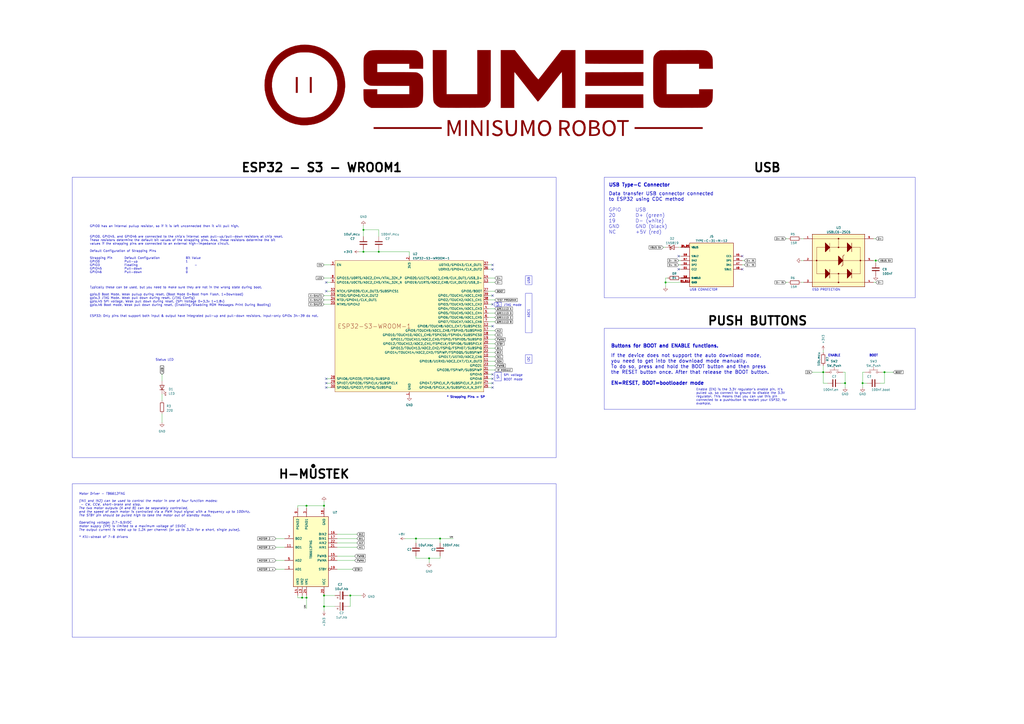
<source format=kicad_sch>
(kicad_sch (version 20230121) (generator eeschema)
  (paper "A2")
  (title_block (title "SUMEC SMD") (company "SPŠ NA PROSEKU"))
  (lib_symbols
    (symbol "Device:C" (pin_numbers hide) (pin_names (offset 0.254))
      (property "Reference" "C" (at 0.635 2.54 0))
      (property "Value" "C" (at 0.635 -2.54 0))
      (symbol "C_1_1"
        (pin passive line (at 0 3.81 270) (length 2.794) (name "~") (number "1"))
        (pin passive line (at 0 -3.81 90) (length 2.794) (name "~") (number "2"))
      )
    )
    (symbol "Device:C_Polarized" (pin_numbers hide) (pin_names (offset 0.254))
      (property "Reference" "C" (at 0.635 2.54 0))
      (property "Value" "C_Polarized" (at 0.635 -2.54 0))
      (symbol "C_Polarized_1_1"
        (pin passive line (at 0 3.81 270) (length 2.794) (name "~") (number "1"))
        (pin passive line (at 0 -3.81 90) (length 2.794) (name "~") (number "2"))
      )
    )
    (symbol "Device:LED" (pin_numbers hide) (pin_names (offset 1.016) hide)
      (property "Reference" "D" (at 0 2.54 0))
      (property "Value" "LED" (at 0 -2.54 0))
      (symbol "LED_1_1"
        (pin passive line (at -3.81 0 0) (length 2.54) (name "K") (number "1"))
        (pin passive line (at 3.81 0 180) (length 2.54) (name "A") (number "2"))
      )
    )
    (symbol "Device:R" (pin_numbers hide) (pin_names (offset 0))
      (property "Reference" "R" (at 2.032 0 90))
      (property "Value" "R" (at 0 0 90))
      (symbol "R_1_1"
        (pin passive line (at 0 3.81 270) (length 1.27) (name "~") (number "1"))
        (pin passive line (at 0 -3.81 90) (length 1.27) (name "~") (number "2"))
      )
    )
    (symbol "Diode:1N5819" (pin_numbers hide) (pin_names (offset 1.016) hide)
      (property "Reference" "D" (at 0 2.54 0))
      (property "Value" "1N5819" (at 0 -2.54 0))
      (symbol "1N5819_1_1"
        (pin passive line (at -3.81 0 0) (length 2.54) (name "K") (number "1"))
        (pin passive line (at 3.81 0 180) (length 2.54) (name "A") (number "2"))
      )
    )
    (symbol "Driver_Motor:TB6612FNG" (pin_names (offset 1.016))
      (property "Reference" "U" (at 11.43 17.78 0))
      (property "Value" "TB6612FNG" (at 11.43 15.24 0))
      (symbol "TB6612FNG_1_1"
        (pin output line (at 15.24 10.16 180) (length 5.08) (name "AO1") (number "1"))
        (pin passive line (at 7.62 -25.4 90) (length 5.08) hide (name "PGND2") (number "10"))
        (pin output line (at 15.24 -2.54 180) (length 5.08) (name "BO1") (number "11"))
        (pin passive line (at 15.24 -2.54 180) (length 5.08) hide (name "BO1") (number "12"))
        (pin power_in line (at 5.08 25.4 270) (length 5.08) (name "VM2") (number "13"))
        (pin power_in line (at 7.62 25.4 270) (length 5.08) (name "VM3") (number "14"))
        (pin input line (at -15.24 2.54 0) (length 5.08) (name "PWMB") (number "15"))
        (pin input line (at -15.24 -10.16 0) (length 5.08) (name "BIN2") (number "16"))
        (pin input line (at -15.24 -7.62 0) (length 5.08) (name "BIN1") (number "17"))
        (pin power_in line (at -7.62 -25.4 90) (length 5.08) (name "GND") (number "18"))
        (pin input inverted (at -15.24 10.16 0) (length 5.08) (name "STBY") (number "19"))
        (pin passive line (at 15.24 10.16 180) (length 5.08) hide (name "AO1") (number "2"))
        (pin power_in line (at -7.62 25.4 270) (length 5.08) (name "VCC") (number "20"))
        (pin input line (at -15.24 -2.54 0) (length 5.08) (name "AIN1") (number "21"))
        (pin input line (at -15.24 -5.08 0) (length 5.08) (name "AIN2") (number "22"))
        (pin input line (at -15.24 5.08 0) (length 5.08) (name "PWMA") (number "23"))
        (pin power_in line (at 2.54 25.4 270) (length 5.08) (name "VM1") (number "24"))
        (pin power_in line (at 2.54 -25.4 90) (length 5.08) (name "PGND1") (number "3"))
        (pin passive line (at 2.54 -25.4 90) (length 5.08) hide (name "PGND1") (number "4"))
        (pin output line (at 15.24 5.08 180) (length 5.08) (name "AO2") (number "5"))
        (pin passive line (at 15.24 5.08 180) (length 5.08) hide (name "AO2") (number "6"))
        (pin output line (at 15.24 -7.62 180) (length 5.08) (name "BO2") (number "7"))
        (pin passive line (at 15.24 -7.62 180) (length 5.08) hide (name "BO2") (number "8"))
        (pin power_in line (at 7.62 -25.4 90) (length 5.08) (name "PGND2") (number "9"))
      )
    )
    (symbol "PCM_Espressif:ESP32-S3-WROOM-1" (pin_names (offset 1.016))
      (property "Reference" "U" (at -43.18 43.18 0))
      (property "Value" "ESP32-S3-WROOM-1" (at -43.18 40.64 0))
      (symbol "ESP32-S3-WROOM-1_0_0"
        (text "ESP32-S3-WROOM-1" (at -20.32 0 0) (effects (font (size 2.54 2.54))))
        (pin power_in line (at 0 -40.64 90) (length 2.54) (name "GND") (number "1"))
        (pin bidirectional line (at 45.72 -17.78 180) (length 2.54) (name "GPIO17/U1TXD/ADC2_CH6") (number "10"))
        (pin bidirectional line (at 45.72 -20.32 180) (length 2.54) (name "GPIO18/U1RXD/ADC2_CH7/CLK_OUT3") (number "11"))
        (pin bidirectional line (at 45.72 0 180) (length 2.54) (name "GPIO8/TOUCH8/ADC1_CH7/SUBSPICS1") (number "12"))
        (pin bidirectional line (at 45.72 25.4 180) (length 2.54) (name "GPIO19/U1RTS/ADC2_CH8/CLK_OUT2/USB_D-") (number "13"))
        (pin bidirectional line (at 45.72 27.94 180) (length 2.54) (name "GPIO20/U1CTS/ADC2_CH9/CLK_OUT1/USB_D+") (number "14"))
        (pin bidirectional line (at 45.72 12.7 180) (length 2.54) (name "GPIO3/TOUCH3/ADC1_CH2") (number "15"))
        (pin bidirectional line (at 45.72 -30.48 180) (length 2.54) (name "GPIO46") (number "16"))
        (pin bidirectional line (at 45.72 -2.54 180) (length 2.54) (name "GPIO9/TOUCH9/ADC1_CH8/FSPIHD/SUBSPIHD") (number "17"))
        (pin bidirectional line (at 45.72 -5.08 180) (length 2.54) (name "GPIO10/TOUCH10/ADC1_CH9/FSPICS0/FSPIIO4/SUBSPICS0") (number "18"))
        (pin bidirectional line (at 45.72 -7.62 180) (length 2.54) (name "GPIO11/TOUCH11/ADC2_CH0/FSPID/FSPIIO5/SUBSPID") (number "19"))
        (pin power_in line (at 0 40.64 270) (length 2.54) (name "3V3") (number "2"))
        (pin bidirectional line (at 45.72 -10.16 180) (length 2.54) (name "GPIO12/TOUCH12/ADC2_CH1/FSPICLK/FSPIIO6/SUBSPICLK") (number "20"))
        (pin bidirectional line (at 45.72 -12.7 180) (length 2.54) (name "GPIO13/TOUCH13/ADC2_CH2/FSPIQ/FSPIIO7/SUBSPIQ") (number "21"))
        (pin bidirectional line (at 45.72 -15.24 180) (length 2.54) (name "GPIO14/TOUCH14/ADC2_CH3/FSPIWP/FSPIDQS/SUBSPIWP") (number "22"))
        (pin bidirectional line (at 45.72 -22.86 180) (length 2.54) (name "GPIO21") (number "23"))
        (pin bidirectional line (at 45.72 -33.02 180) (length 2.54) (name "GPIO47/SPICLK_P/SUBSPICLK_P_DIFF") (number "24"))
        (pin bidirectional line (at 45.72 -35.56 180) (length 2.54) (name "GPIO48/SPICLK_N/SUBSPICLK_N_DIFF") (number "25"))
        (pin bidirectional line (at 45.72 -27.94 180) (length 2.54) (name "GPIO45") (number "26"))
        (pin bidirectional line (at 45.72 20.32 180) (length 2.54) (name "GPIO0/BOOT") (number "27"))
        (pin bidirectional line (at -45.72 -30.48 0) (length 2.54) (name "SPIIO6/GPIO35/FSPID/SUBSPID") (number "28"))
        (pin bidirectional line (at -45.72 -33.02 0) (length 2.54) (name "SPIIO7/GPIO36/FSPICLK/SUBSPICLK") (number "29"))
        (pin input line (at -45.72 35.56 0) (length 2.54) (name "EN") (number "3"))
        (pin bidirectional line (at -45.72 -35.56 0) (length 2.54) (name "SPIDQS/GPIO37/FSPIQ/SUBSPIQ") (number "30"))
        (pin bidirectional line (at 45.72 -25.4 180) (length 2.54) (name "GPIO38/FSPIWP/SUBSPIWP") (number "31"))
        (pin bidirectional line (at -45.72 20.32 0) (length 2.54) (name "MTCK/GPIO39/CLK_OUT3/SUBSPICS1") (number "32"))
        (pin bidirectional line (at -45.72 17.78 0) (length 2.54) (name "MTDO/GPIO40/CLK_OUT2") (number "33"))
        (pin bidirectional line (at -45.72 15.24 0) (length 2.54) (name "MTDI/GPIO41/CLK_OUT1") (number "34"))
        (pin bidirectional line (at -45.72 12.7 0) (length 2.54) (name "MTMS/GPIO42") (number "35"))
        (pin bidirectional line (at 45.72 33.02 180) (length 2.54) (name "U0RXD/GPIO44/CLK_OUT2") (number "36"))
        (pin bidirectional line (at 45.72 35.56 180) (length 2.54) (name "U0TXD/GPIO43/CLK_OUT1") (number "37"))
        (pin bidirectional line (at 45.72 15.24 180) (length 2.54) (name "GPIO2/TOUCH2/ADC1_CH1") (number "38"))
        (pin bidirectional line (at 45.72 17.78 180) (length 2.54) (name "GPIO1/TOUCH1/ADC1_CH0") (number "39"))
        (pin bidirectional line (at 45.72 10.16 180) (length 2.54) (name "GPIO4/TOUCH4/ADC1_CH3") (number "4"))
        (pin passive line (at 0 -40.64 90) (length 2.54) hide (name "GND") (number "40"))
        (pin passive line (at 0 -40.64 90) (length 2.54) hide (name "GND") (number "41"))
        (pin bidirectional line (at 45.72 7.62 180) (length 2.54) (name "GPIO5/TOUCH5/ADC1_CH4") (number "5"))
        (pin bidirectional line (at 45.72 5.08 180) (length 2.54) (name "GPIO6/TOUCH6/ADC1_CH5") (number "6"))
        (pin bidirectional line (at 45.72 2.54 180) (length 2.54) (name "GPIO7/TOUCH7/ADC1_CH6") (number "7"))
        (pin bidirectional line (at -45.72 27.94 0) (length 2.54) (name "GPIO15/U0RTS/ADC2_CH4/XTAL_32K_P") (number "8"))
        (pin bidirectional line (at -45.72 25.4 0) (length 2.54) (name "GPIO16/U0CTS/ADC2_CH5/XTAL_32K_N") (number "9"))
      )
    )
    (symbol "Switch:SW_Push" (pin_numbers hide) (pin_names (offset 1.016) hide)
      (property "Reference" "SW" (at 1.27 2.54 0))
      (property "Value" "SW_Push" (at 0 -1.524 0))
      (symbol "SW_Push_0_1"
        (pin passive line (at -5.08 0 0) (length 2.54) (name "1") (number "1"))
        (pin passive line (at 5.08 0 180) (length 2.54) (name "2") (number "2"))
      )
    )
    (symbol "logo:LOGO" (pin_names (offset 1.016)))
    (symbol "power:+3V3" (power) (pin_names (offset 0))
      (property "Value" "+3V3" (at 0 3.556 0))
      (symbol "+3V3_1_1"
        (pin power_in line (at 0 0 90) (length 0) hide (name "+3V3") (number "1"))
      )
    )
    (symbol "power:+8V" (power) (pin_names (offset 0))
      (property "Value" "+8V" (at 0 3.556 0))
      (symbol "+8V_1_1"
        (pin power_in line (at 0 0 90) (length 0) hide (name "+8V") (number "1"))
      )
    )
    (symbol "power:GND" (power) (pin_names (offset 0))
      (property "Value" "GND" (at 0 -3.81 0))
      (symbol "GND_1_1"
        (pin power_in line (at 0 0 270) (length 0) hide (name "GND") (number "1"))
      )
    )
    (symbol "sumec_library:TYPE-C-31-M-12" (pin_names (offset 1.016))
      (property "Reference" "J" (at -12.7 13.462 0))
      (property "Value" "TYPE-C-31-M-12" (at -12.7 -13.462 0))
      (symbol "TYPE-C-31-M-12_0_0"
        (pin power_in line (at 17.78 -10.16 180) (length 5.08) (name "GND") (number "A1_B12"))
        (pin power_in line (at 17.78 10.16 180) (length 5.08) (name "VBUS") (number "A4_B9"))
        (pin bidirectional line (at -17.78 5.08 0) (length 5.08) (name "CC1") (number "A5"))
        (pin bidirectional line (at -17.78 2.54 0) (length 5.08) (name "DP1") (number "A6"))
        (pin bidirectional line (at -17.78 0 0) (length 5.08) (name "DN1") (number "A7"))
        (pin bidirectional line (at -17.78 -2.54 0) (length 5.08) (name "SBU1") (number "A8"))
        (pin power_in line (at 17.78 -10.16 180) (length 5.08) (name "GND") (number "B1_A12"))
        (pin power_in line (at 17.78 10.16 180) (length 5.08) (name "VBUS") (number "B4_A9"))
        (pin bidirectional line (at 17.78 -2.54 180) (length 5.08) (name "CC2") (number "B5"))
        (pin bidirectional line (at 17.78 0 180) (length 5.08) (name "DP2") (number "B6"))
        (pin bidirectional line (at 17.78 2.54 180) (length 5.08) (name "DN2") (number "B7"))
        (pin bidirectional line (at 17.78 5.08 180) (length 5.08) (name "SBU2") (number "B8"))
        (pin passive line (at 17.78 -7.62 180) (length 5.08) (name "SHIELD") (number "S1"))
        (pin passive line (at 17.78 -7.62 180) (length 5.08) (name "SHIELD") (number "S2"))
        (pin passive line (at 17.78 -7.62 180) (length 5.08) (name "SHIELD") (number "S3"))
        (pin passive line (at 17.78 -7.62 180) (length 5.08) (name "SHIELD") (number "S4"))
      )
    )
    (symbol "sumec_library:USBLC6-2SC6" (pin_names (offset 1.016))
      (property "Reference" "U" (at -15.2693 17.8093 0))
      (property "Value" "USBLC6-2SC6" (at -15.2559 -17.7959 0))
      (symbol "USBLC6-2SC6_0_0"
        (pin bidirectional line (at -20.32 12.7 0) (length 5.08) (name "~") (number "1"))
        (pin power_in line (at -20.32 0 0) (length 5.08) (name "~") (number "2"))
        (pin bidirectional line (at -20.32 -12.7 0) (length 5.08) (name "~") (number "3"))
        (pin bidirectional line (at 20.32 -12.7 180) (length 5.08) (name "~") (number "4"))
        (pin power_in line (at 20.32 0 180) (length 5.08) (name "~") (number "5"))
        (pin bidirectional line (at 20.32 12.7 180) (length 5.08) (name "~") (number "6"))
      )
    )
  )
  (junction (at 255.27 312.42))
  (junction (at 187.96 351.79))
  (junction (at 177.8 346.71))
  (junction (at 241.3 312.42))
  (junction (at 187.96 345.44))
  (junction (at 175.26 346.71))
  (junction (at 219.71 146.05))
  (junction (at 248.92 323.85))
  (junction (at 203.2 345.44))
  (junction (at 187.96 293.37))
  (junction (at 210.82 133.35))
  (junction (at 177.8 293.37))
  (junction (at 508 151.13))
  (junction (at 386.08 163.83))
  (junction (at 513.08 215.9))
  (junction (at 477.52 215.9))
  (junction (at 500.38 222.25))
  (junction (at 490.22 222.25))
  (junction (at 210.82 146.05))
  (no_connect (at 430.53 156.21))
  (no_connect (at 393.7 148.59))
  (no_connect (at 285.75 189.23))
  (no_connect (at 285.75 219.71))
  (no_connect (at 285.75 153.67))
  (no_connect (at 393.7 156.21))
  (no_connect (at 285.75 176.53))
  (no_connect (at 189.23 222.25))
  (no_connect (at 189.23 163.83))
  (no_connect (at 285.75 222.25))
  (no_connect (at 189.23 224.79))
  (no_connect (at 189.23 168.91))
  (no_connect (at 285.75 156.21))
  (no_connect (at 189.23 219.71))
  (no_connect (at 430.53 148.59))
  (no_connect (at 285.75 171.45))
  (no_connect (at 285.75 217.17))
  (no_connect (at 285.75 224.79))
  (wire (pts (xy 393.7 153.67) (xy 394.97 153.67)))
  (wire (pts (xy 172.72 293.37) (xy 177.8 293.37)))
  (wire (pts (xy 285.75 219.71) (xy 283.21 219.71)))
  (polyline (pts (xy 41.91 280.67) (xy 41.91 369.57)))
  (wire (pts (xy 248.92 326.39) (xy 248.92 323.85)))
  (wire (pts (xy 386.08 166.37) (xy 386.08 163.83)))
  (wire (pts (xy 207.01 309.88) (xy 195.58 309.88)))
  (wire (pts (xy 283.21 173.99) (xy 287.02 173.99)))
  (polyline (pts (xy 530.86 237.49) (xy 350.52 237.49)))
  (wire (pts (xy 283.21 191.77) (xy 287.02 191.77)))
  (wire (pts (xy 283.21 171.45) (xy 285.75 171.45)))
  (wire (pts (xy 283.21 184.15) (xy 287.02 184.15)))
  (polyline (pts (xy 350.52 172.72) (xy 530.86 172.72)))
  (wire (pts (xy 187.96 161.29) (xy 191.77 161.29)))
  (wire (pts (xy 283.21 196.85) (xy 287.02 196.85)))
  (wire (pts (xy 172.72 346.71) (xy 172.72 345.44)))
  (wire (pts (xy 93.98 217.17) (xy 93.98 220.98)))
  (wire (pts (xy 283.21 209.55) (xy 287.02 209.55)))
  (polyline (pts (xy 350.52 190.5) (xy 350.52 237.49)))
  (wire (pts (xy 477.52 215.9) (xy 478.79 215.9)))
  (wire (pts (xy 283.21 179.07) (xy 287.02 179.07)))
  (wire (pts (xy 285.75 217.17) (xy 283.21 217.17)))
  (wire (pts (xy 195.58 325.12) (xy 205.74 325.12)))
  (wire (pts (xy 283.21 181.61) (xy 287.02 181.61)))
  (wire (pts (xy 255.27 314.96) (xy 255.27 312.42)))
  (wire (pts (xy 431.8 153.67) (xy 430.53 153.67)))
  (wire (pts (xy 219.71 133.35) (xy 210.82 133.35)))
  (wire (pts (xy 283.21 161.29) (xy 287.02 161.29)))
  (wire (pts (xy 177.8 345.44) (xy 177.8 346.71)))
  (wire (pts (xy 386.08 163.83) (xy 394.97 163.83)))
  (wire (pts (xy 195.58 330.2) (xy 204.47 330.2)))
  (wire (pts (xy 189.23 219.71) (xy 191.77 219.71)))
  (wire (pts (xy 455.93 138.43) (xy 457.2 138.43)))
  (wire (pts (xy 477.52 215.9) (xy 477.52 222.25)))
  (wire (pts (xy 513.08 215.9) (xy 518.16 215.9)))
  (polyline (pts (xy 322.58 280.67) (xy 322.58 369.57)))
  (wire (pts (xy 285.75 176.53) (xy 283.21 176.53)))
  (wire (pts (xy 219.71 146.05) (xy 219.71 144.78)))
  (wire (pts (xy 207.01 312.42) (xy 195.58 312.42)))
  (wire (pts (xy 172.72 294.64) (xy 172.72 293.37)))
  (polyline (pts (xy 322.58 102.87) (xy 322.58 265.43)))
  (wire (pts (xy 490.22 224.79) (xy 490.22 222.25)))
  (wire (pts (xy 93.98 228.6) (xy 93.98 232.41)))
  (wire (pts (xy 283.21 204.47) (xy 287.02 204.47)))
  (wire (pts (xy 194.31 345.44) (xy 187.96 345.44)))
  (wire (pts (xy 500.38 215.9) (xy 500.38 222.25)))
  (wire (pts (xy 283.21 156.21) (xy 285.75 156.21)))
  (wire (pts (xy 210.82 133.35) (xy 210.82 130.81)))
  (wire (pts (xy 175.26 346.71) (xy 172.72 346.71)))
  (wire (pts (xy 93.98 240.03) (xy 93.98 245.11)))
  (wire (pts (xy 393.7 148.59) (xy 394.97 148.59)))
  (wire (pts (xy 187.96 354.33) (xy 187.96 351.79)))
  (wire (pts (xy 187.96 176.53) (xy 191.77 176.53)))
  (wire (pts (xy 241.3 323.85) (xy 241.3 322.58)))
  (wire (pts (xy 513.08 215.9) (xy 511.81 215.9)))
  (polyline (pts (xy 530.86 190.5) (xy 530.86 237.49)))
  (wire (pts (xy 195.58 322.58) (xy 205.74 322.58)))
  (wire (pts (xy 283.21 199.39) (xy 287.02 199.39)))
  (wire (pts (xy 500.38 224.79) (xy 500.38 222.25)))
  (wire (pts (xy 237.49 146.05) (xy 219.71 146.05)))
  (wire (pts (xy 500.38 222.25) (xy 502.92 222.25)))
  (wire (pts (xy 283.21 194.31) (xy 287.02 194.31)))
  (wire (pts (xy 283.21 222.25) (xy 285.75 222.25)))
  (wire (pts (xy 506.73 138.43) (xy 508 138.43)))
  (wire (pts (xy 287.02 212.09) (xy 283.21 212.09)))
  (wire (pts (xy 160.02 312.42) (xy 165.1 312.42)))
  (polyline (pts (xy 350.52 190.5) (xy 530.86 190.5)))
  (wire (pts (xy 187.96 351.79) (xy 194.31 351.79)))
  (wire (pts (xy 210.82 146.05) (xy 210.82 144.78)))
  (wire (pts (xy 513.08 215.9) (xy 513.08 222.25)))
  (wire (pts (xy 203.2 351.79) (xy 203.2 345.44)))
  (polyline (pts (xy 41.91 102.87) (xy 322.58 102.87)))
  (wire (pts (xy 283.21 207.01) (xy 287.02 207.01)))
  (wire (pts (xy 464.82 151.13) (xy 466.09 151.13)))
  (wire (pts (xy 210.82 146.05) (xy 208.28 146.05)))
  (wire (pts (xy 287.02 168.91) (xy 283.21 168.91)))
  (wire (pts (xy 177.8 293.37) (xy 177.8 294.64)))
  (wire (pts (xy 283.21 163.83) (xy 287.02 163.83)))
  (wire (pts (xy 177.8 346.71) (xy 175.26 346.71)))
  (wire (pts (xy 207.01 314.96) (xy 195.58 314.96)))
  (wire (pts (xy 477.52 212.09) (xy 477.52 215.9)))
  (wire (pts (xy 187.96 345.44) (xy 187.96 351.79)))
  (wire (pts (xy 241.3 312.42) (xy 255.27 312.42)))
  (wire (pts (xy 187.96 173.99) (xy 191.77 173.99)))
  (wire (pts (xy 187.96 293.37) (xy 187.96 294.64)))
  (wire (pts (xy 287.02 214.63) (xy 283.21 214.63)))
  (wire (pts (xy 219.71 146.05) (xy 210.82 146.05)))
  (wire (pts (xy 283.21 186.69) (xy 287.02 186.69)))
  (wire (pts (xy 175.26 346.71) (xy 175.26 345.44)))
  (wire (pts (xy 207.01 317.5) (xy 195.58 317.5)))
  (wire (pts (xy 203.2 345.44) (xy 209.55 345.44)))
  (polyline (pts (xy 41.91 280.67) (xy 322.58 280.67)))
  (wire (pts (xy 189.23 222.25) (xy 191.77 222.25)))
  (wire (pts (xy 464.82 138.43) (xy 466.09 138.43)))
  (wire (pts (xy 510.54 222.25) (xy 513.08 222.25)))
  (wire (pts (xy 237.49 146.05) (xy 237.49 148.59)))
  (wire (pts (xy 160.02 317.5) (xy 165.1 317.5)))
  (wire (pts (xy 393.7 151.13) (xy 394.97 151.13)))
  (wire (pts (xy 490.22 215.9) (xy 490.22 222.25)))
  (wire (pts (xy 508 163.83) (xy 506.73 163.83)))
  (wire (pts (xy 189.23 163.83) (xy 191.77 163.83)))
  (wire (pts (xy 255.27 323.85) (xy 255.27 322.58)))
  (wire (pts (xy 255.27 312.42) (xy 262.89 312.42)))
  (wire (pts (xy 471.17 215.9) (xy 477.52 215.9)))
  (wire (pts (xy 219.71 137.16) (xy 219.71 133.35)))
  (polyline (pts (xy 41.91 102.87) (xy 41.91 265.43)))
  (wire (pts (xy 160.02 325.12) (xy 165.1 325.12)))
  (wire (pts (xy 283.21 189.23) (xy 285.75 189.23)))
  (polyline (pts (xy 530.86 172.72) (xy 530.86 102.87)))
  (wire (pts (xy 509.27 151.13) (xy 508 151.13)))
  (wire (pts (xy 177.8 293.37) (xy 187.96 293.37)))
  (polyline (pts (xy 322.58 369.57) (xy 41.91 369.57)))
  (wire (pts (xy 187.96 153.67) (xy 191.77 153.67)))
  (wire (pts (xy 455.93 163.83) (xy 457.2 163.83)))
  (wire (pts (xy 187.96 171.45) (xy 191.77 171.45)))
  (wire (pts (xy 500.38 215.9) (xy 501.65 215.9)))
  (wire (pts (xy 283.21 224.79) (xy 285.75 224.79)))
  (wire (pts (xy 431.8 151.13) (xy 430.53 151.13)))
  (wire (pts (xy 283.21 201.93) (xy 287.02 201.93)))
  (wire (pts (xy 241.3 312.42) (xy 241.3 314.96)))
  (wire (pts (xy 393.7 156.21) (xy 394.97 156.21)))
  (wire (pts (xy 160.02 330.2) (xy 165.1 330.2)))
  (wire (pts (xy 480.06 222.25) (xy 477.52 222.25)))
  (wire (pts (xy 393.7 143.51) (xy 394.97 143.51)))
  (wire (pts (xy 187.96 290.83) (xy 187.96 293.37)))
  (wire (pts (xy 490.22 222.25) (xy 487.68 222.25)))
  (polyline (pts (xy 350.52 102.87) (xy 350.52 172.72)))
  (wire (pts (xy 189.23 168.91) (xy 191.77 168.91)))
  (wire (pts (xy 201.93 345.44) (xy 203.2 345.44)))
  (wire (pts (xy 177.8 346.71) (xy 177.8 353.06)))
  (wire (pts (xy 248.92 323.85) (xy 241.3 323.85)))
  (polyline (pts (xy 350.52 102.87) (xy 530.86 102.87)))
  (wire (pts (xy 234.95 312.42) (xy 241.3 312.42)))
  (wire (pts (xy 283.21 153.67) (xy 285.75 153.67)))
  (wire (pts (xy 210.82 137.16) (xy 210.82 133.35)))
  (polyline (pts (xy 322.58 265.43) (xy 41.91 265.43)))
  (wire (pts (xy 477.52 204.47) (xy 477.52 203.2)))
  (wire (pts (xy 508 151.13) (xy 506.73 151.13)))
  (wire (pts (xy 248.92 323.85) (xy 255.27 323.85)))
  (wire (pts (xy 386.08 161.29) (xy 386.08 163.83)))
  (wire (pts (xy 464.82 163.83) (xy 466.09 163.83)))
  (wire (pts (xy 490.22 215.9) (xy 488.95 215.9)))
  (wire (pts (xy 508 152.4) (xy 508 151.13)))
  (wire (pts (xy 384.81 143.51) (xy 386.08 143.51)))
  (wire (pts (xy 201.93 351.79) (xy 203.2 351.79)))
  (wire (pts (xy 189.23 224.79) (xy 191.77 224.79)))
  (wire (pts (xy 386.08 161.29) (xy 387.35 161.29)))
  (text_box "SP" (at 287.02 215.9 90) (size 3.81 5.08) (effects (font (size 1.27 1.27))))
  (text_box "ADC1" (at 304.8 170.18 90) (size 3.81 22.86) (effects (font (size 1.27 1.27))))
  (text_box "USB" (at 304.8 160.02 90) (size 3.81 5.08) (effects (font (size 1.27 1.27))))
  (text_box "SP" (at 287.02 175.26 90) (size 3.81 2.54) (effects (font (size 1.27 1.27))))
  (text_box "I2C" (at 304.8 205.74 90) (size 3.81 5.08) (effects (font (size 1.27 1.27))))
  (text "SPI voltage" (at 292.1 218.44 0) (effects (font (size 1.27 1.27)) (justify left bottom)))
  (text "Enable (EN) is the 3.3V regulator’s enable pin. It’s\npulled up, so connect to ground to disable the 3.3V\nregulator. This means that you can use this pin\nconnected to a pushbutton to restart your ESP32, for\nexample." (at 403.86 234.95 0) (effects (font (size 1.27 1.27)) (justify left bottom)))
  (text "USB CONNECTOR" (at 400.05 168.91 0) (effects (font (size 1.27 1.27)) (justify left bottom)))
  (text "USB Type-C Connector\n\n" (at 353.06 111.76 0) (effects (font (size 2 2) (thickness 0.4) bold) (justify left bottom)))
  (text "GPIO0, GPIO45, and GPIO46 are connected to the chip's internal weak pull-up/pull-down resistors at chip reset.\nThese resistors determine the default bit values of the strapping pins. Also, these resistors determine the bit\nvalues if the strapping pins are connected to an external high-impedance circuit." (at 52.07 142.24 0) (effects (font (size 1.27 1.27)) (justify left bottom)))
  (text "ENABLE" (at 487.68 207.01 0) (effects (font (size 1.27 1.27) (thickness 0.254) bold) (justify right bottom)))
  (text "GPIO	USB\n20		D+ (green)\n19		D- (white)\nGND		GND (black)\nNC		+5V (red)" (at 353.06 135.89 0) (effects (font (size 2 2)) (justify left bottom)))
  (text "H-MŮSTEK" (at 161.29 278.13 0) (effects (font (size 5 5) bold) (justify left bottom)))
  (text "Status LED" (at 90.17 209.55 0) (effects (font (size 1.27 1.27)) (justify left bottom)))
  (text "BOOT mode" (at 292.1 220.98 0) (effects (font (size 1.27 1.27)) (justify left bottom)))
  (text "If the device does not support the auto download mode,\nyou need to get into the download mode manually. \nTo do so, press and hold the BOOT button and then press \nthe RESET button once. After that release the BOOT button." (at 354.33 217.17 0) (effects (font (size 2 2) (thickness 0.254) bold) (justify left bottom)))
  (text "Motor Driver - TB6612FNG\n\n(IN1 and IN2) can be used to control the motor in one of four function modes: \n - CW, CCW, short-brake and stop.\nThe two motor outputs (A and B) can be separately controlled, \nand the speed of each motor is controlled via a PWM input signal with a frequency up to 100kHz.\nThe STBY pin should be pulled high to take the motor out of standby mode.\n\nOperating voltage: 2.7-5.5VDC\nmotor supply (VM) is limited to a maximum voltage of 15VDC\nThe output current is rated up to 1.2A per channel (or up to 3.2A for a short, single pulse).\n\n* Kill-streak of 7-6 drivers" (at 45.72 312.42 0) (effects (font (size 1.3 1.3) italic) (justify left bottom)))
  (text "* Strapping Pins = SP" (at 259.08 231.14 0) (effects (font (size 1.27 1.27) (thickness 0.254) bold) (justify left bottom)))
  (text "ESP32 - S3 - WROOM1" (at 139.7 100.33 0) (effects (font (size 5 5) bold) (justify left bottom)))
  (text "Default Configuration of Strapping Pins\n\nStrapping Pin	Default Configuration		Bit Value\nGPIO0 			Pull-up						1\nGPIO3			Floating						-\nGPIO45			Pull-down					0\nGPIO46			Pull-down					0" (at 52.07 158.75 0) (effects (font (size 1.27 1.27)) (justify left bottom)))
  (text "JTAG mode" (at 292.1 177.8 0) (effects (font (size 1.27 1.27)) (justify left bottom)))
  (text "PUSH BUTTONS" (at 410.21 189.23 0) (effects (font (size 5 5) bold) (justify left bottom)))
  (text "GPIO0 has an internal pullup resistor, so if it is left unconnected then it will pull high." (at 52.07 132.08 0) (effects (font (size 1.27 1.27)) (justify left bottom)))
  (text "ESD PROTECTION" (at 471.17 168.91 0) (effects (font (size 1.27 1.27)) (justify left bottom)))
  (text "Buttons for BOOT and ENABLE functions." (at 354.33 201.93 0) (effects (font (size 2 2) (thickness 0.4) bold) (justify left bottom)))
  (text "Typically these can be used, but you need to make sure they are not in the wrong state during boot.\n\ngpio.0 Boot Mode. Weak pullup during reset. (Boot Mode 0=Boot from Flash, 1=Download)\ngpio.3 JTAG Mode. Weak pull down during reset. (JTAG Config)\ngpio.45 SPI voltage. Weak pull down during reset. (SPI Voltage 0=3.3v 1=1.8v)\ngpio.46 Boot mode. Weak pull down during reset. (Enabling/Disabling ROM Messages Print During Booting)" (at 52.07 177.8 0) (effects (font (size 1.27 1.27)) (justify left bottom)))
  (text "ESP32: Only pins that support both input & output have integrated pull-up and pull-down resistors. Input-only GPIOs 34-39 do not." (at 52.07 184.15 0) (effects (font (size 1.27 1.27)) (justify left bottom)))
  (text "EN=RESET, BOOT=bootloader mode" (at 354.33 223.52 0) (effects (font (size 2 2) (thickness 0.4) bold) (justify left bottom)))
  (text "USB" (at 436.88 100.33 0) (effects (font (size 5 5) bold) (justify left bottom)))
  (text "Data transfer USB connector connected\nto ESP32 using CDC method" (at 353.06 116.84 0) (effects (font (size 2 2) (thickness 0.254) bold) (justify left bottom)))
  (text "BOOT" (at 504.19 207.01 0) (effects (font (size 1.27 1.27) bold) (justify left bottom)))
  (label "VM" (at 177.8 353.06 90) (effects (font (size 1 1))))
  (label "VM" (at 262.89 312.42 180) (effects (font (size 1 1))))
  (global_label "AI1" (shape input) (at 207.01 317.5 0) (effects (font (size 1 1))) (property "Intersheetrefs" "${INTERSHEET_REFS}" (effects hide)))
  (global_label "D- IN" (shape input) (at 455.93 163.83 180) (effects (font (size 1 1))) (property "Intersheetrefs" "${INTERSHEET_REFS}" (effects hide)))
  (global_label "STBY" (shape input) (at 204.47 330.2 0) (effects (font (size 1 1))) (property "Intersheetrefs" "${INTERSHEET_REFS}" (effects hide)))
  (global_label "X-SHUT3" (shape input) (at 187.96 176.53 180) (effects (font (size 1 1))) (property "Intersheetrefs" "${INTERSHEET_REFS}" (effects hide)))
  (global_label "BI2" (shape input) (at 287.02 204.47 0) (effects (font (size 1 1))) (property "Intersheetrefs" "${INTERSHEET_REFS}" (effects hide)))
  (global_label "BI1" (shape input) (at 207.01 312.42 0) (effects (font (size 1 1))) (property "Intersheetrefs" "${INTERSHEET_REFS}" (effects hide)))
  (global_label "TEST PROGRAM" (shape input) (at 287.02 173.99 0) (effects (font (size 1 1))) (property "Intersheetrefs" "${INTERSHEET_REFS}" (effects hide)))
  (global_label "X-SHUT2" (shape input) (at 187.96 173.99 180) (effects (font (size 1 1))) (property "Intersheetrefs" "${INTERSHEET_REFS}" (effects hide)))
  (global_label "BI1" (shape input) (at 287.02 201.93 0) (effects (font (size 1 1))) (property "Intersheetrefs" "${INTERSHEET_REFS}" (effects hide)))
  (global_label "SDA" (shape input) (at 287.02 209.55 0) (effects (font (size 1 1))) (property "Intersheetrefs" "${INTERSHEET_REFS}" (effects hide)))
  (global_label "AI2" (shape input) (at 287.02 191.77 0) (effects (font (size 1 1))) (property "Intersheetrefs" "${INTERSHEET_REFS}" (effects hide)))
  (global_label "D+ IN" (shape input) (at 393.7 153.67 180) (effects (font (size 1 1))) (property "Intersheetrefs" "${INTERSHEET_REFS}" (effects hide)))
  (global_label "D+" (shape input) (at 287.02 161.29 0) (effects (font (size 1 1))) (property "Intersheetrefs" "${INTERSHEET_REFS}" (effects hide)))
  (global_label "PWMA" (shape input) (at 205.74 325.12 0) (effects (font (size 1 1))) (property "Intersheetrefs" "${INTERSHEET_REFS}" (effects hide)))
  (global_label "MOTOR 2 +" (shape input) (at 160.02 317.5 180) (effects (font (size 1 1))) (property "Intersheetrefs" "${INTERSHEET_REFS}" (effects hide)))
  (global_label "SCL" (shape input) (at 287.02 207.01 0) (effects (font (size 1 1))) (property "Intersheetrefs" "${INTERSHEET_REFS}" (effects hide)))
  (global_label "PWMB" (shape input) (at 287.02 212.09 0) (effects (font (size 1 1))) (property "Intersheetrefs" "${INTERSHEET_REFS}" (effects hide)))
  (global_label "EN" (shape input) (at 187.96 153.67 180) (effects (font (size 1 1))) (property "Intersheetrefs" "${INTERSHEET_REFS}" (effects hide)))
  (global_label "D+" (shape input) (at 508 138.43 0) (effects (font (size 1 1))) (property "Intersheetrefs" "${INTERSHEET_REFS}" (effects hide)))
  (global_label "BOOT" (shape input) (at 518.16 215.9 0) (effects (font (size 1 1))) (property "Intersheetrefs" "${INTERSHEET_REFS}" (effects hide)))
  (global_label "EN" (shape input) (at 471.17 215.9 180) (effects (font (size 1 1))) (property "Intersheetrefs" "${INTERSHEET_REFS}" (effects hide)))
  (global_label "D- IN" (shape input) (at 431.8 153.67 0) (effects (font (size 1 1))) (property "Intersheetrefs" "${INTERSHEET_REFS}" (effects hide)))
  (global_label "D- IN" (shape input) (at 393.7 151.13 180) (effects (font (size 1 1))) (property "Intersheetrefs" "${INTERSHEET_REFS}" (effects hide)))
  (global_label "PWMA" (shape input) (at 287.02 196.85 0) (effects (font (size 1 1))) (property "Intersheetrefs" "${INTERSHEET_REFS}" (effects hide)))
  (global_label "QRE1113 D" (shape input) (at 287.02 181.61 0) (effects (font (size 1 1))) (property "Intersheetrefs" "${INTERSHEET_REFS}" (effects hide)))
  (global_label "BOOT" (shape input) (at 287.02 168.91 0) (effects (font (size 1 1))) (property "Intersheetrefs" "${INTERSHEET_REFS}" (effects hide)))
  (global_label "D-" (shape input) (at 508 163.83 0) (effects (font (size 1 1))) (property "Intersheetrefs" "${INTERSHEET_REFS}" (effects hide)))
  (global_label "MOTOR 1 +" (shape input) (at 160.02 330.2 180) (effects (font (size 1 1))) (property "Intersheetrefs" "${INTERSHEET_REFS}" (effects hide)))
  (global_label "VBUS 5V" (shape input) (at 509.27 151.13 0) (effects (font (size 1 1))) (property "Intersheetrefs" "${INTERSHEET_REFS}" (effects hide)))
  (global_label "AI1" (shape input) (at 287.02 194.31 0) (effects (font (size 1 1))) (property "Intersheetrefs" "${INTERSHEET_REFS}" (effects hide)))
  (global_label "QRE1113 B" (shape input) (at 287.02 186.69 0) (effects (font (size 1 1))) (property "Intersheetrefs" "${INTERSHEET_REFS}" (effects hide)))
  (global_label "MOTOR 2 -" (shape input) (at 160.02 312.42 180) (effects (font (size 1 1))) (property "Intersheetrefs" "${INTERSHEET_REFS}" (effects hide)))
  (global_label "PWMB" (shape input) (at 205.74 322.58 0) (effects (font (size 1 1))) (property "Intersheetrefs" "${INTERSHEET_REFS}" (effects hide)))
  (global_label "LED" (shape input) (at 187.96 161.29 180) (effects (font (size 1 1))) (property "Intersheetrefs" "${INTERSHEET_REFS}" (effects hide)))
  (global_label "BI2" (shape input) (at 207.01 309.88 0) (effects (font (size 1 1))) (property "Intersheetrefs" "${INTERSHEET_REFS}" (effects hide)))
  (global_label "LED" (shape input) (at 93.98 217.17 90) (effects (font (size 1 1) bold)) (property "Intersheetrefs" "${INTERSHEET_REFS}" (effects hide)))
  (global_label "QRE1113 A" (shape input) (at 287.02 179.07 0) (effects (font (size 1 1))) (property "Intersheetrefs" "${INTERSHEET_REFS}" (effects hide)))
  (global_label "X-SHUT1" (shape input) (at 187.96 171.45 180) (effects (font (size 1 1))) (property "Intersheetrefs" "${INTERSHEET_REFS}" (effects hide)))
  (global_label "STBY" (shape input) (at 287.02 199.39 0) (effects (font (size 1 1))) (property "Intersheetrefs" "${INTERSHEET_REFS}" (effects hide)))
  (global_label "MOTOR 1 -" (shape input) (at 160.02 325.12 180) (effects (font (size 1 1))) (property "Intersheetrefs" "${INTERSHEET_REFS}" (effects hide)))
  (global_label "AI2" (shape input) (at 207.01 314.96 0) (effects (font (size 1 1))) (property "Intersheetrefs" "${INTERSHEET_REFS}" (effects hide)))
  (global_label "D+ IN" (shape input) (at 455.93 138.43 180) (effects (font (size 1 1))) (property "Intersheetrefs" "${INTERSHEET_REFS}" (effects hide)))
  (global_label "VBUS 5V" (shape input) (at 384.81 143.51 180) (effects (font (size 1 1))) (property "Intersheetrefs" "${INTERSHEET_REFS}" (effects hide)))
  (global_label "D+ IN" (shape input) (at 431.8 151.13 0) (effects (font (size 1 1))) (property "Intersheetrefs" "${INTERSHEET_REFS}" (effects hide)))
  (global_label "D-" (shape input) (at 287.02 163.83 0) (effects (font (size 1 1))) (property "Intersheetrefs" "${INTERSHEET_REFS}" (effects hide)))
  (global_label "IR MODULE" (shape input) (at 287.02 214.63 0) (effects (font (size 1 1))) (property "Intersheetrefs" "${INTERSHEET_REFS}" (effects hide)))
  (global_label "QRE1113 C" (shape input) (at 287.02 184.15 0) (effects (font (size 1 1))) (property "Intersheetrefs" "${INTERSHEET_REFS}" (effects hide)))
  (symbol (lib_id "Device:C") (at 241.3 318.77 0) (mirror y) (unit 1)
    (property "Reference" "C?" (at 238.76 318.77 0) (effects (justify left)))
    (property "Value" "10uF.hbc" (at 251.46 316.23 0) (effects (justify left)))
    (property "Footprint" "Capacitor_SMD:C_1206_3216Metric" (effects hide))
    (instances (project "sumec" (path "" (reference "C?") (unit 1)) (path "" (reference "C?") (unit 1)) (path "" (reference "C5") (unit 1))))
  )
  (symbol (lib_id "Device:R") (at 477.52 208.28 180) (unit 1)
    (property "Reference" "R7" (at 480.06 208.28 90))
    (property "Value" "10k.mcu" (at 474.98 208.28 90))
    (property "Footprint" "Resistor_SMD:R_1206_3216Metric" (effects hide))
  )
  (symbol (lib_id "sumec_library:USBLC6-2SC6") (at 486.41 151.13 0) (unit 1)
    (property "Reference" "U3" (at 486.41 132.08 0))
    (property "Value" "USBLC6-2SC6" (at 486.41 134.62 0))
    (property "Footprint" "Package_TO_SOT_SMD:TSOT-23-6_HandSoldering" (effects hide))
    (property "MF" "STMicroelectronics" (effects hide))
    (property "PURCHASE-URL" "https://pricing.snapeda.com/search/part/USBLC6-2SC6/?ref=eda" (effects hide))
    (property "PACKAGE" "SOT-23-6 STMicroelectronics" (effects hide))
    (property "PRICE" "None" (effects hide))
    (property "Package" "SOT-23-6 STMicroelectronics" (effects hide))
    (property "Check_prices" "https://www.snapeda.com/parts/USBLC6-2SC6/STMicroelectronics/view-part/?ref=eda" (effects hide))
    (property "Price" "None" (effects hide))
    (property "SnapEDA_Link" "https://www.snapeda.com/parts/USBLC6-2SC6/STMicroelectronics/view-part/?ref=snap" (effects hide))
    (property "MP" "USBLC6-2SC6" (effects hide))
    (property "Purchase-URL" "https://www.snapeda.com/api/url_track_click_mouser/?unipart_id=231887&manufacturer=STMicroelectronics&part_name=USBLC6-2SC6&search_term=None" (effects hide))
    (property "Description" "\n17V Clamp 5A (8/20µs) Ipp Tvs Diode Surface Mount SOT-23-6\n" (effects hide))
    (property "Availability" "In Stock" (effects hide))
    (property "AVAILABILITY" "In Stock" (effects hide))
    (property "DESCRIPTION" "17V Clamp 5A (8/20µs) Ipp Tvs Diode Surface Mount SOT-23-6" (effects hide))
  )
  (symbol (lib_id "power:+8V") (at 234.95 312.42 90) (unit 1)
    (property "Reference" "#PWR?" (effects hide))
    (property "Value" "+8V" (at 234.95 309.88 90) (effects (justify left)))
    (instances (project "sumec" (path "" (reference "#PWR?") (unit 1)) (path "" (reference "#PWR011") (unit 1))))
  )
  (symbol (lib_id "power:GND") (at 464.82 151.13 270) (unit 1)
    (property "Reference" "#PWR015" (effects hide))
    (property "Value" "GND" (effects hide))
  )
  (symbol (lib_id "Device:C_Polarized") (at 198.12 351.79 90) (unit 1)
    (property "Reference" "C?" (at 198.12 355.6 90))
    (property "Value" "1uF.hb" (at 198.12 358.14 90))
    (property "Footprint" "Capacitor_SMD:C_1206_3216Metric" (effects hide))
    (instances (project "sumec" (path "" (reference "C?") (unit 1)) (path "" (reference "C2") (unit 1))))
  )
  (symbol (lib_id "power:GND") (at 508 160.02 0) (unit 1)
    (property "Reference" "#PWR019" (effects hide))
    (property "Value" "GND" (effects hide))
  )
  (symbol (lib_id "power:GND") (at 490.22 224.79 0) (mirror y) (unit 1)
    (property "Reference" "#PWR017" (effects hide))
    (property "Value" "GND" (at 490.22 228.6 0))
  )
  (symbol (lib_id "Driver_Motor:TB6612FNG") (at 180.34 320.04 180) (unit 1)
    (property "Reference" "U?" (at 194.31 297.18 0))
    (property "Value" "TB6612FNG" (at 180.34 318.77 90))
    (property "Footprint" "Package_SO:SSOP-24_5.3x8.2mm_P0.65mm" (effects hide))
    (property "Datasheet" "https://toshiba.semicon-storage.com/us/product/linear/motordriver/detail.TB6612FNG.html" (effects hide))
    (instances (project "sumec" (path "" (reference "U?") (unit 1)) (path "" (reference "U1") (unit 1))))
  )
  (symbol (lib_id "power:GND") (at 187.96 290.83 180) (unit 1)
    (property "Reference" "#PWR?" (effects hide))
    (property "Value" "GND" (effects hide))
    (instances (project "sumec" (path "" (reference "#PWR?") (unit 1)) (path "" (reference "#PWR?") (unit 1)) (path "" (reference "#PWR06") (unit 1))))
  )
  (symbol (lib_id "power:GND") (at 210.82 130.81 180) (unit 1)
    (property "Reference" "#PWR010" (effects hide))
    (property "Value" "GND" (at 210.82 125.73 0))
  )
  (symbol (lib_id "PCM_Espressif:ESP32-S3-WROOM-1") (at 237.49 189.23 0) (unit 1)
    (property "Reference" "U2" (at 239.4459 147.32 0) (effects (justify left)))
    (property "Value" "ESP32-S3-WROOM-1" (at 239.4459 149.86 0) (effects (justify left)))
    (property "Footprint" "PCM_Espressif:ESP32-S3-WROOM-1" (effects hide))
    (property "Datasheet" "https://www.espressif.com/sites/default/files/documentation/esp32-s3-wroom-1_wroom-1u_datasheet_en.pdf" (effects hide))
  )
  (symbol (lib_id "power:GND") (at 209.55 345.44 90) (unit 1)
    (property "Reference" "#PWR?" (effects hide))
    (property "Value" "GND" (at 213.36 346.075 90) (effects (justify right)))
    (instances (project "sumec" (path "" (reference "#PWR?") (unit 1)) (path "" (reference "#PWR?") (unit 1)) (path "" (reference "#PWR09") (unit 1))))
  )
  (symbol (lib_id "Device:C") (at 219.71 140.97 0) (mirror x) (unit 1)
    (property "Reference" "C?" (at 223.52 138.43 0) (effects (justify left)))
    (property "Value" "100nF.mcu" (at 220.98 135.89 0) (effects (justify left)))
    (property "Footprint" "Capacitor_SMD:C_1206_3216Metric" (effects hide))
    (instances (project "sumec" (path "" (reference "C?") (unit 1)) (path "" (reference "C?") (unit 1)) (path "" (reference "C4") (unit 1))))
  )
  (symbol (lib_id "Device:C") (at 508 156.21 0) (unit 1)
    (property "Reference" "C9" (at 511.81 156.21 0) (effects (justify left)))
    (property "Value" "100nF" (at 511.81 158.75 0) (effects (justify left)))
    (property "Footprint" "Capacitor_SMD:C_1206_3216Metric" (effects hide))
  )
  (symbol (lib_id "power:GND") (at 93.98 245.11 0) (unit 1)
    (property "Reference" "#PWR05" (effects hide))
    (property "Value" "GND" (at 93.98 250.19 0))
  )
  (symbol (lib_id "Device:R") (at 391.16 161.29 270) (unit 1)
    (property "Reference" "R4" (at 391.16 161.29 90))
    (property "Value" "0R" (at 391.16 158.75 90))
    (property "Footprint" "Resistor_SMD:R_1206_3216Metric" (effects hide))
  )
  (symbol (lib_id "power:+3V3") (at 477.52 203.2 0) (unit 1)
    (property "Reference" "#PWR?" (effects hide))
    (property "Value" "+3V3" (at 477.52 199.39 90) (effects (justify left)))
    (instances (project "sumec" (path "" (reference "#PWR?") (unit 1)) (path "" (reference "#PWR?") (unit 1)) (path "" (reference "#PWR016") (unit 1))))
  )
  (symbol (lib_id "power:GND") (at 386.08 166.37 0) (unit 1)
    (property "Reference" "#PWR014" (effects hide))
    (property "Value" "GND" (effects hide))
  )
  (symbol (lib_id "Switch:SW_Push") (at 506.73 215.9 0) (unit 1)
    (property "Reference" "SW3" (at 506.73 209.55 0))
    (property "Value" "SW_Push" (at 506.73 212.09 0))
    (property "Footprint" "Button_Switch_SMD:SW_SPST_B3U-1000P" (effects hide))
  )
  (symbol (lib_id "power:GND") (at 500.38 224.79 0) (unit 1)
    (property "Reference" "#PWR018" (effects hide))
    (property "Value" "GND" (at 500.38 228.6 0))
  )
  (symbol (lib_id "sumec_library:TYPE-C-31-M-12") (at 412.75 153.67 0) (mirror y) (unit 1)
    (property "Reference" "J5" (at 412.75 137.16 0))
    (property "Value" "TYPE-C-31-M-12" (at 412.75 139.7 0))
    (property "Footprint" "sumec-smd_library:HRO_TYPE-C-31-M-12" (effects hide))
    (property "MF" "HRO Electronics Co., Ltd." (effects hide))
    (property "MAXIMUM_PACKAGE_HEIGHT" "3.26 mm" (effects hide))
    (property "Package" "Package" (effects hide))
    (property "Price" "None" (effects hide))
    (property "Check_prices" "https://www.snapeda.com/parts/TYPE-C-31-M-12/HRO+Electronics+Co.%252C+Ltd./view-part/?ref=eda" (effects hide))
    (property "STANDARD" "Manufacturer Recommendations" (effects hide))
    (property "PARTREV" "2020.12.08" (effects hide))
    (property "SnapEDA_Link" "https://www.snapeda.com/parts/TYPE-C-31-M-12/HRO+Electronics+Co.%252C+Ltd./view-part/?ref=snap" (effects hide))
    (property "MP" "TYPE-C-31-M-12" (effects hide))
    (property "Description" "\nUSB Connectors 24 Receptacle 1 8.94*7.3mm RoHS\n" (effects hide))
    (property "SNAPEDA_PN" "TYPE-C-31-M-12" (effects hide))
    (property "Availability" "Not in stock" (effects hide))
    (property "MANUFACTURER" "HRO Electronics Co., Ltd." (effects hide))
  )
  (symbol (lib_id "Device:C") (at 255.27 318.77 0) (mirror y) (unit 1)
    (property "Reference" "C?" (at 252.73 318.77 0) (effects (justify left)))
    (property "Value" "100nF.hbc" (at 266.7 316.23 0) (effects (justify left)))
    (property "Footprint" "Capacitor_SMD:C_1206_3216Metric" (effects hide))
    (instances (project "sumec" (path "" (reference "C?") (unit 1)) (path "" (reference "C?") (unit 1)) (path "" (reference "C6") (unit 1))))
  )
  (symbol (lib_id "power:+3V3") (at 187.96 354.33 180) (unit 1)
    (property "Reference" "#PWR?" (effects hide))
    (property "Value" "+3V3" (at 187.96 358.14 90) (effects (justify left)))
    (instances (project "sumec" (path "" (reference "#PWR?") (unit 1)) (path "" (reference "#PWR?") (unit 1)) (path "" (reference "#PWR07") (unit 1))))
  )
  (symbol (lib_id "Device:C") (at 506.73 222.25 270) (mirror x) (unit 1)
    (property "Reference" "C?" (at 502.92 218.44 90) (effects (justify left)))
    (property "Value" "100nF.boot" (at 505.46 226.06 90) (effects (justify left)))
    (property "Footprint" "Capacitor_SMD:C_1206_3216Metric" (effects hide))
    (instances (project "sumec" (path "" (reference "C?") (unit 1)) (path "" (reference "C?") (unit 1)) (path "" (reference "C8") (unit 1))))
  )
  (symbol (lib_id "Device:R") (at 461.01 163.83 90) (unit 1)
    (property "Reference" "R6" (at 458.47 161.29 90) (effects (justify right)))
    (property "Value" "15R" (at 458.47 166.37 90) (effects (justify right)))
    (property "Footprint" "Resistor_SMD:R_1206_3216Metric" (effects hide))
  )
  (symbol (lib_id "Diode:1N5819") (at 389.89 143.51 0) (unit 1)
    (property "Reference" "D2" (at 389.89 138.43 0))
    (property "Value" "1N5819" (at 389.89 140.97 0))
    (property "Footprint" "Diode_SMD:D_1206_3216Metric" (effects hide))
    (property "Datasheet" "http://www.vishay.com/docs/88525/1n5817.pdf" (effects hide))
  )
  (symbol (lib_id "Device:C_Polarized") (at 198.12 345.44 90) (unit 1)
    (property "Reference" "C?" (at 197.231 339.09 90))
    (property "Value" "10uF.hb" (at 198.12 341.63 90))
    (property "Footprint" "Capacitor_SMD:C_1206_3216Metric" (effects hide))
    (instances (project "sumec" (path "" (reference "C?") (unit 1)) (path "" (reference "C1") (unit 1))))
  )
  (symbol (lib_id "Device:LED") (at 93.98 224.79 90) (unit 1)
    (property "Reference" "D1" (at 97.79 225.7425 90) (effects (justify right)))
    (property "Value" "LED" (at 97.79 228.2825 90) (effects (justify right)))
    (property "Footprint" "LED_SMD:LED_1206_3216Metric_Pad1.42x1.75mm_HandSolder" (effects hide))
  )
  (symbol (lib_id "power:GND") (at 237.49 229.87 0) (unit 1)
    (property "Reference" "#PWR012" (effects hide))
    (property "Value" "GND" (at 237.49 234.95 0))
  )
  (symbol (lib_id "Switch:SW_Push") (at 483.87 215.9 0) (mirror y) (unit 1)
    (property "Reference" "SW2" (at 483.87 209.55 0))
    (property "Value" "SW_Push" (at 483.87 212.09 0))
    (property "Footprint" "Button_Switch_SMD:SW_SPST_B3U-1000P" (effects hide))
  )
  (symbol (lib_id "Device:C") (at 210.82 140.97 0) (mirror x) (unit 1)
    (property "Reference" "C?" (at 203.2 138.43 0) (effects (justify left)))
    (property "Value" "10uF.mcu" (at 199.39 135.89 0) (effects (justify left)))
    (property "Footprint" "Capacitor_SMD:C_1206_3216Metric" (effects hide))
    (instances (project "sumec" (path "" (reference "C?") (unit 1)) (path "" (reference "C?") (unit 1)) (path "" (reference "C3") (unit 1))))
  )
  (symbol (lib_id "Device:R") (at 93.98 236.22 0) (unit 1)
    (property "Reference" "R3" (at 96.52 235.585 0) (effects (justify left)))
    (property "Value" "220" (at 96.52 238.125 0) (effects (justify left)))
    (property "Footprint" "Resistor_SMD:R_1206_3216Metric_Pad1.30x1.75mm_HandSolder" (effects hide))
  )
  (symbol (lib_id "logo:LOGO") (at 278.13 55.88 0) (unit 1)
    (property "Reference" "#G2" (effects hide))
    (property "Value" "LOGO" (effects hide))
  )
  (symbol (lib_id "power:+3V3") (at 208.28 146.05 90) (unit 1)
    (property "Reference" "#PWR?" (effects hide))
    (property "Value" "+3V3" (at 204.47 146.05 90) (effects (justify left)))
    (instances (project "sumec" (path "" (reference "#PWR?") (unit 1)) (path "" (reference "#PWR?") (unit 1)) (path "" (reference "#PWR08") (unit 1))))
  )
  (symbol (lib_id "Device:R") (at 461.01 138.43 90) (unit 1)
    (property "Reference" "R5" (at 458.47 135.89 90) (effects (justify right)))
    (property "Value" "15R" (at 458.47 140.97 90) (effects (justify right)))
    (property "Footprint" "Resistor_SMD:R_1206_3216Metric" (effects hide))
  )
  (symbol (lib_id "Device:C") (at 483.87 222.25 90) (unit 1)
    (property "Reference" "C?" (at 485.14 218.44 90) (effects (justify left)))
    (property "Value" "100nF.en" (at 486.41 226.06 90) (effects (justify left)))
    (property "Footprint" "Capacitor_SMD:C_1206_3216Metric" (effects hide))
    (instances (project "sumec" (path "" (reference "C?") (unit 1)) (path "" (reference "C?") (unit 1)) (path "" (reference "C7") (unit 1))))
  )
  (symbol (lib_id "power:GND") (at 248.92 326.39 0) (unit 1)
    (property "Reference" "#PWR?" (effects hide))
    (property "Value" "GND" (at 248.92 331.47 0))
    (instances (project "sumec" (path "" (reference "#PWR?") (unit 1)) (path "" (reference "#PWR?") (unit 1)) (path "" (reference "#PWR013") (unit 1))))
  )
)
</source>
